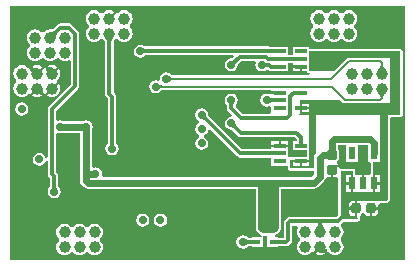
<source format=gbl>
G04*
G04 #@! TF.GenerationSoftware,Altium Limited,Altium Designer,20.1.8 (145)*
G04*
G04 Layer_Physical_Order=4*
G04 Layer_Color=16711680*
%FSLAX43Y43*%
%MOMM*%
G71*
G04*
G04 #@! TF.SameCoordinates,9309D788-A49E-47DC-A76E-BEEF67F4AFBA*
G04*
G04*
G04 #@! TF.FilePolarity,Positive*
G04*
G01*
G75*
%ADD13C,0.200*%
G04:AMPARAMS|DCode=31|XSize=0.9mm|YSize=0.8mm|CornerRadius=0.2mm|HoleSize=0mm|Usage=FLASHONLY|Rotation=270.000|XOffset=0mm|YOffset=0mm|HoleType=Round|Shape=RoundedRectangle|*
%AMROUNDEDRECTD31*
21,1,0.900,0.400,0,0,270.0*
21,1,0.500,0.800,0,0,270.0*
1,1,0.400,-0.200,-0.250*
1,1,0.400,-0.200,0.250*
1,1,0.400,0.200,0.250*
1,1,0.400,0.200,-0.250*
%
%ADD31ROUNDEDRECTD31*%
G04:AMPARAMS|DCode=38|XSize=0.9mm|YSize=0.8mm|CornerRadius=0.2mm|HoleSize=0mm|Usage=FLASHONLY|Rotation=0.000|XOffset=0mm|YOffset=0mm|HoleType=Round|Shape=RoundedRectangle|*
%AMROUNDEDRECTD38*
21,1,0.900,0.400,0,0,0.0*
21,1,0.500,0.800,0,0,0.0*
1,1,0.400,0.250,-0.200*
1,1,0.400,-0.250,-0.200*
1,1,0.400,-0.250,0.200*
1,1,0.400,0.250,0.200*
%
%ADD38ROUNDEDRECTD38*%
%ADD43C,0.300*%
%ADD44C,0.600*%
%ADD45C,1.000*%
%ADD46C,0.700*%
%ADD47R,0.500X0.400*%
%ADD48R,0.600X1.100*%
%ADD49R,1.000X0.350*%
G36*
X64745Y26380D02*
X31255D01*
Y28125D01*
Y47870D01*
X64745D01*
Y26380D01*
D02*
G37*
%LPC*%
G36*
X59940Y47501D02*
X59757Y47477D01*
X59587Y47406D01*
X59441Y47294D01*
X59406Y47249D01*
X59204D01*
X59169Y47294D01*
X59023Y47406D01*
X58853Y47477D01*
X58670Y47501D01*
X58487Y47477D01*
X58317Y47406D01*
X58171Y47294D01*
X58136Y47249D01*
X57934D01*
X57899Y47294D01*
X57753Y47406D01*
X57583Y47477D01*
X57400Y47501D01*
X57217Y47477D01*
X57047Y47406D01*
X56901Y47294D01*
X56789Y47148D01*
X56718Y46978D01*
X56694Y46795D01*
X56718Y46612D01*
X56789Y46442D01*
X56901Y46296D01*
X56946Y46261D01*
Y46059D01*
X56901Y46024D01*
X56789Y45878D01*
X56718Y45708D01*
X56694Y45525D01*
X56718Y45342D01*
X56789Y45172D01*
X56901Y45026D01*
X57047Y44914D01*
X57217Y44843D01*
X57400Y44819D01*
X57583Y44843D01*
X57753Y44914D01*
X57899Y45026D01*
X57934Y45071D01*
X58136D01*
X58171Y45026D01*
X58317Y44914D01*
X58487Y44843D01*
X58670Y44819D01*
X58853Y44843D01*
X59023Y44914D01*
X59169Y45026D01*
X59204Y45071D01*
X59406D01*
X59441Y45026D01*
X59587Y44914D01*
X59757Y44843D01*
X59940Y44819D01*
X60123Y44843D01*
X60293Y44914D01*
X60439Y45026D01*
X60551Y45172D01*
X60622Y45342D01*
X60646Y45525D01*
X60622Y45708D01*
X60551Y45878D01*
X60439Y46024D01*
X60394Y46059D01*
Y46261D01*
X60439Y46296D01*
X60551Y46442D01*
X60622Y46612D01*
X60646Y46795D01*
X60622Y46978D01*
X60551Y47148D01*
X60439Y47294D01*
X60293Y47406D01*
X60123Y47477D01*
X59940Y47501D01*
D02*
G37*
G36*
X40940D02*
X40757Y47477D01*
X40587Y47406D01*
X40441Y47294D01*
X40406Y47249D01*
X40265D01*
X39741Y46724D01*
X39599Y46866D01*
X40089Y47356D01*
X40023Y47406D01*
X39853Y47477D01*
X39670Y47501D01*
X39487Y47477D01*
X39317Y47406D01*
X39171Y47294D01*
X39136Y47249D01*
X38934D01*
X38899Y47294D01*
X38753Y47406D01*
X38583Y47477D01*
X38400Y47501D01*
X38217Y47477D01*
X38047Y47406D01*
X37901Y47294D01*
X37789Y47148D01*
X37718Y46978D01*
X37694Y46795D01*
X37718Y46612D01*
X37789Y46442D01*
X37901Y46296D01*
X37946Y46261D01*
Y46059D01*
X37901Y46024D01*
X37789Y45878D01*
X37718Y45708D01*
X37694Y45525D01*
X37718Y45342D01*
X37789Y45172D01*
X37901Y45026D01*
X38047Y44914D01*
X38217Y44843D01*
X38400Y44819D01*
X38583Y44843D01*
X38753Y44914D01*
X38899Y45026D01*
X38934Y45071D01*
X39136D01*
X39171Y45026D01*
X39182Y45017D01*
X39207Y44992D01*
X39232Y44962D01*
X39254Y44933D01*
X39271Y44904D01*
X39286Y44877D01*
X39297Y44851D01*
X39305Y44825D01*
X39311Y44800D01*
X39313Y44786D01*
Y40415D01*
X39340Y40278D01*
X39418Y40162D01*
X39543Y40037D01*
Y36247D01*
X39541Y36231D01*
X39537Y36215D01*
X39533Y36202D01*
X39529Y36191D01*
X39525Y36183D01*
X39523Y36179D01*
X39503Y36166D01*
X39382Y35984D01*
X39339Y35770D01*
X39382Y35555D01*
X39503Y35373D01*
X39685Y35252D01*
X39900Y35209D01*
X40115Y35252D01*
X40297Y35373D01*
X40418Y35555D01*
X40461Y35770D01*
X40418Y35984D01*
X40297Y36166D01*
X40277Y36179D01*
X40275Y36183D01*
X40271Y36191D01*
X40267Y36202D01*
X40263Y36215D01*
X40259Y36231D01*
X40257Y36247D01*
Y40185D01*
X40230Y40321D01*
X40152Y40437D01*
X40027Y40562D01*
Y44786D01*
X40029Y44800D01*
X40035Y44825D01*
X40043Y44851D01*
X40054Y44877D01*
X40069Y44904D01*
X40086Y44933D01*
X40108Y44962D01*
X40133Y44992D01*
X40158Y45017D01*
X40169Y45026D01*
X40204Y45071D01*
X40406D01*
X40441Y45026D01*
X40587Y44914D01*
X40757Y44843D01*
X40940Y44819D01*
X41123Y44843D01*
X41293Y44914D01*
X41439Y45026D01*
X41551Y45172D01*
X41622Y45342D01*
X41646Y45525D01*
X41622Y45708D01*
X41551Y45878D01*
X41439Y46024D01*
X41394Y46059D01*
Y46261D01*
X41439Y46296D01*
X41551Y46442D01*
X41622Y46612D01*
X41646Y46795D01*
X41622Y46978D01*
X41551Y47148D01*
X41439Y47294D01*
X41293Y47406D01*
X41123Y47477D01*
X40940Y47501D01*
D02*
G37*
G36*
X36292Y46382D02*
X35520D01*
X35383Y46355D01*
X35268Y46277D01*
X34941Y45950D01*
X34929Y45942D01*
X34907Y45928D01*
X34883Y45915D01*
X34856Y45905D01*
X34827Y45896D01*
X34794Y45888D01*
X34759Y45883D01*
X34720Y45880D01*
X34685Y45879D01*
X34670Y45881D01*
X34487Y45857D01*
X34317Y45786D01*
X34171Y45674D01*
X34136Y45629D01*
X33934D01*
X33899Y45674D01*
X33753Y45786D01*
X33583Y45857D01*
X33400Y45881D01*
X33217Y45857D01*
X33047Y45786D01*
X32901Y45674D01*
X32789Y45528D01*
X32718Y45358D01*
X32694Y45175D01*
X32718Y44992D01*
X32789Y44822D01*
X32901Y44676D01*
X32946Y44641D01*
Y44439D01*
X32901Y44404D01*
X32789Y44258D01*
X32718Y44088D01*
X32694Y43905D01*
X32718Y43722D01*
X32789Y43552D01*
X32901Y43406D01*
X33047Y43294D01*
X33217Y43223D01*
X33400Y43199D01*
X33583Y43223D01*
X33753Y43294D01*
X33899Y43406D01*
X33934Y43451D01*
X34136D01*
X34171Y43406D01*
X34317Y43294D01*
X34487Y43223D01*
X34670Y43199D01*
X34853Y43223D01*
X35023Y43294D01*
X35169Y43406D01*
X35204Y43451D01*
X35406D01*
X35441Y43406D01*
X35587Y43294D01*
X35757Y43223D01*
X35940Y43199D01*
X36123Y43223D01*
X36273Y43285D01*
X36432Y43225D01*
X36433Y43224D01*
Y41250D01*
X34548Y39364D01*
X34470Y39248D01*
X34443Y39112D01*
Y35030D01*
X34283Y35014D01*
X34268Y35090D01*
X34147Y35272D01*
X33965Y35393D01*
X33750Y35436D01*
X33535Y35393D01*
X33353Y35272D01*
X33232Y35090D01*
X33189Y34875D01*
X33232Y34660D01*
X33353Y34478D01*
X33535Y34357D01*
X33750Y34314D01*
X33965Y34357D01*
X34147Y34478D01*
X34268Y34660D01*
X34283Y34736D01*
X34443Y34720D01*
Y33625D01*
X34470Y33488D01*
X34548Y33373D01*
X34643Y33277D01*
Y32602D01*
X34641Y32586D01*
X34637Y32570D01*
X34633Y32557D01*
X34629Y32546D01*
X34625Y32538D01*
X34623Y32534D01*
X34603Y32522D01*
X34482Y32340D01*
X34439Y32125D01*
X34482Y31910D01*
X34603Y31728D01*
X34785Y31607D01*
X35000Y31564D01*
X35215Y31607D01*
X35397Y31728D01*
X35518Y31910D01*
X35561Y32125D01*
X35518Y32340D01*
X35397Y32522D01*
X35377Y32534D01*
X35375Y32538D01*
X35371Y32546D01*
X35367Y32557D01*
X35363Y32570D01*
X35359Y32586D01*
X35357Y32602D01*
Y33425D01*
X35330Y33562D01*
X35252Y33677D01*
X35157Y33773D01*
Y37015D01*
X35317Y37101D01*
X35500Y37064D01*
X35715Y37107D01*
X35727Y37115D01*
X37190D01*
Y33625D01*
Y33051D01*
X37229Y32856D01*
X37340Y32690D01*
X37515Y32515D01*
X37681Y32404D01*
X37876Y32365D01*
X52097D01*
Y29025D01*
X52112Y28947D01*
X52188Y28763D01*
X52232Y28697D01*
X52373Y28557D01*
X52439Y28513D01*
X52550Y28467D01*
X52612Y28408D01*
X52547Y28280D01*
X52540Y28275D01*
X52494Y28275D01*
X52494Y28275D01*
X52493Y28275D01*
X51750D01*
Y28232D01*
X51477D01*
X51461Y28234D01*
X51445Y28238D01*
X51432Y28242D01*
X51421Y28246D01*
X51413Y28250D01*
X51409Y28252D01*
X51397Y28272D01*
X51215Y28393D01*
X51000Y28436D01*
X50785Y28393D01*
X50603Y28272D01*
X50482Y28090D01*
X50439Y27875D01*
X50482Y27660D01*
X50603Y27478D01*
X50785Y27357D01*
X51000Y27314D01*
X51215Y27357D01*
X51397Y27478D01*
X51409Y27498D01*
X51413Y27500D01*
X51421Y27504D01*
X51432Y27508D01*
X51445Y27512D01*
X51461Y27516D01*
X51477Y27518D01*
X51750D01*
Y27475D01*
X52650D01*
Y28130D01*
X52650Y28131D01*
Y28131D01*
X52650Y28268D01*
X52659Y28352D01*
X52689Y28404D01*
X52696Y28415D01*
X52779Y28421D01*
X52701Y28421D01*
X52696Y28415D01*
X52701Y28421D01*
X52789Y28421D01*
X53016D01*
X53050Y28275D01*
X53050D01*
Y27475D01*
X53950D01*
Y27518D01*
X54624D01*
X54761Y27545D01*
X54877Y27623D01*
X55052Y27798D01*
X55130Y27914D01*
X55157Y28051D01*
Y29268D01*
X55588D01*
X55667Y29108D01*
X55644Y29078D01*
X55573Y28908D01*
X55549Y28725D01*
X55573Y28542D01*
X55644Y28372D01*
X55756Y28226D01*
X55801Y28191D01*
Y27989D01*
X55756Y27954D01*
X55644Y27808D01*
X55573Y27638D01*
X55549Y27455D01*
X55573Y27272D01*
X55644Y27102D01*
X55756Y26956D01*
X55902Y26844D01*
X56072Y26773D01*
X56255Y26749D01*
X56438Y26773D01*
X56608Y26844D01*
X56754Y26956D01*
X56789Y27001D01*
X56930D01*
X57454Y27526D01*
X57596Y27384D01*
X57106Y26894D01*
X57172Y26844D01*
X57342Y26773D01*
X57525Y26749D01*
X57708Y26773D01*
X57878Y26844D01*
X57975Y26918D01*
X57957Y26926D01*
X57914Y26940D01*
X57867Y26950D01*
X57816Y26958D01*
X57761Y26962D01*
X57701Y26964D01*
X57570Y26957D01*
X58024Y27490D01*
X58030Y27422D01*
X58049Y27301D01*
X58062Y27247D01*
X58078Y27198D01*
X58096Y27153D01*
X58116Y27113D01*
X58139Y27077D01*
X58164Y27046D01*
X58191Y27019D01*
X58176Y27001D01*
X58261D01*
X58296Y26956D01*
X58442Y26844D01*
X58612Y26773D01*
X58795Y26749D01*
X58978Y26773D01*
X59148Y26844D01*
X59294Y26956D01*
X59406Y27102D01*
X59477Y27272D01*
X59501Y27455D01*
X59477Y27638D01*
X59406Y27808D01*
X59294Y27954D01*
X59249Y27989D01*
Y28191D01*
X59294Y28226D01*
X59406Y28372D01*
X59477Y28542D01*
X59501Y28725D01*
X59477Y28908D01*
X59406Y29078D01*
X59302Y29214D01*
X59290Y29241D01*
X59301Y29421D01*
X59471Y29591D01*
X60655Y29591D01*
X60659Y29592D01*
X60663Y29592D01*
X60698Y29600D01*
X60733Y29607D01*
X60736Y29609D01*
X60740Y29610D01*
X60769Y29631D01*
X60799Y29651D01*
X60801Y29655D01*
X60805Y29657D01*
X60858Y29715D01*
X60861Y29719D01*
X60864Y29721D01*
X60881Y29752D01*
X60889Y29764D01*
X60890Y29766D01*
X60890Y29767D01*
X60900Y29783D01*
X60901Y29787D01*
X60903Y29790D01*
X60907Y29805D01*
X60910Y29823D01*
X60916Y29841D01*
X60914Y29863D01*
X60917Y29884D01*
X60912Y29902D01*
X60911Y29920D01*
X60905Y29932D01*
X60901Y29946D01*
X60898Y29975D01*
X60918Y30064D01*
X60963Y30141D01*
X61022Y30180D01*
X61097Y30293D01*
X61183Y30303D01*
X61269Y30293D01*
X61345Y30180D01*
X61477Y30092D01*
X61633Y30061D01*
X61733D01*
Y30718D01*
X61833D01*
Y30818D01*
X62441D01*
Y30968D01*
X62433Y31011D01*
X62557Y31171D01*
X63108Y31171D01*
X63109Y31171D01*
X63109Y31171D01*
X63147Y31179D01*
X63187Y31187D01*
X63187Y31187D01*
X63187Y31187D01*
X63218Y31208D01*
X63253Y31231D01*
X63253Y31231D01*
X63253Y31231D01*
X63394Y31372D01*
X63394Y31372D01*
X63394Y31372D01*
X63417Y31407D01*
X63438Y31439D01*
X63438Y31439D01*
X63438Y31439D01*
X63446Y31478D01*
X63454Y31517D01*
X63454Y31517D01*
X63454Y31517D01*
X63446Y38308D01*
X63559Y38421D01*
X64300D01*
X64378Y38437D01*
X64444Y38481D01*
X64488Y38547D01*
X64504Y38625D01*
Y44025D01*
X64488Y44103D01*
X64444Y44169D01*
X64378Y44213D01*
X64300Y44229D01*
X56600D01*
Y44400D01*
X55200D01*
Y43732D01*
X54800D01*
Y44400D01*
X53400D01*
Y44400D01*
X53242Y44404D01*
X53241Y44405D01*
X53105Y44432D01*
X42741D01*
X42725Y44434D01*
X42706Y44437D01*
X42689Y44441D01*
X42674Y44446D01*
X42662Y44451D01*
X42652Y44455D01*
X42643Y44460D01*
X42629Y44470D01*
X42612Y44478D01*
X42515Y44543D01*
X42300Y44586D01*
X42085Y44543D01*
X41903Y44422D01*
X41782Y44240D01*
X41739Y44025D01*
X41782Y43810D01*
X41903Y43628D01*
X42085Y43507D01*
X42300Y43464D01*
X42515Y43507D01*
X42697Y43628D01*
X42733Y43683D01*
X42740Y43689D01*
X42749Y43700D01*
X42751Y43702D01*
X42754Y43704D01*
X42758Y43706D01*
X42764Y43709D01*
X42774Y43712D01*
X42786Y43716D01*
X42801Y43718D01*
X50129D01*
X50191Y43570D01*
X50085Y43465D01*
X50072Y43455D01*
X50058Y43446D01*
X50046Y43440D01*
X50036Y43435D01*
X50027Y43432D01*
X50023Y43431D01*
X50000Y43436D01*
X49785Y43393D01*
X49603Y43272D01*
X49482Y43090D01*
X49439Y42875D01*
X49482Y42660D01*
X49603Y42478D01*
X49785Y42357D01*
X50000Y42314D01*
X50215Y42357D01*
X50397Y42478D01*
X50518Y42660D01*
X50561Y42875D01*
X50556Y42898D01*
X50557Y42902D01*
X50560Y42911D01*
X50565Y42921D01*
X50571Y42933D01*
X50580Y42947D01*
X50590Y42960D01*
X50848Y43218D01*
X51998D01*
X52083Y43058D01*
X52047Y42875D01*
X52089Y42660D01*
X52211Y42478D01*
X52393Y42357D01*
X52608Y42314D01*
X52822Y42357D01*
X53004Y42478D01*
X53122Y42458D01*
X53238Y42381D01*
X53374Y42354D01*
X53400D01*
Y42350D01*
X54800D01*
Y43018D01*
X55200D01*
Y42825D01*
X55900D01*
Y42725D01*
X56000D01*
Y42350D01*
X56396D01*
X56401Y42324D01*
X56403Y42297D01*
X56409Y42285D01*
X56412Y42272D01*
X56426Y42250D01*
X56438Y42226D01*
X56448Y42217D01*
X56456Y42206D01*
X56478Y42191D01*
X56498Y42173D01*
X56511Y42169D01*
X56522Y42162D01*
X56548Y42156D01*
X56573Y42148D01*
X56626Y42141D01*
X56616Y41981D01*
X45026D01*
X45023Y41981D01*
X45011Y41984D01*
X44999Y41988D01*
X44985Y41995D01*
X44969Y42003D01*
X44953Y42013D01*
X44935Y42027D01*
X44916Y42043D01*
X44915Y42045D01*
X44897Y42072D01*
X44715Y42193D01*
X44500Y42236D01*
X44285Y42193D01*
X44103Y42072D01*
X43982Y41890D01*
X43939Y41675D01*
X43944Y41652D01*
X43870Y41588D01*
X43802Y41546D01*
X43604Y41586D01*
X43389Y41543D01*
X43207Y41422D01*
X43086Y41240D01*
X43043Y41025D01*
X43086Y40810D01*
X43207Y40628D01*
X43389Y40507D01*
X43604Y40464D01*
X43818Y40507D01*
X44000Y40628D01*
X44018Y40655D01*
X44020Y40657D01*
X44039Y40673D01*
X44057Y40687D01*
X44073Y40697D01*
X44088Y40705D01*
X44102Y40712D01*
X44115Y40716D01*
X44127Y40719D01*
X44130Y40719D01*
X53400D01*
Y40625D01*
X54100D01*
Y40425D01*
X53327D01*
X53240Y40379D01*
X53207Y40400D01*
X52993Y40443D01*
X52778Y40400D01*
X52596Y40279D01*
X52475Y40097D01*
X52432Y39882D01*
X52475Y39668D01*
X52596Y39486D01*
X52778Y39364D01*
X52993Y39321D01*
X53207Y39364D01*
X53240Y39386D01*
X53400Y39300D01*
Y38850D01*
X53299Y38732D01*
X50998D01*
X50403Y39327D01*
X50397Y39486D01*
X50518Y39668D01*
X50561Y39882D01*
X50518Y40097D01*
X50397Y40279D01*
X50215Y40400D01*
X50000Y40443D01*
X49785Y40400D01*
X49603Y40279D01*
X49482Y40097D01*
X49439Y39882D01*
X49482Y39668D01*
X49603Y39486D01*
X49623Y39473D01*
X49625Y39469D01*
X49629Y39461D01*
X49633Y39450D01*
X49637Y39437D01*
X49641Y39421D01*
X49643Y39405D01*
Y39225D01*
X49670Y39088D01*
X49748Y38973D01*
X50089Y38631D01*
X50010Y38484D01*
X50000Y38486D01*
X49785Y38443D01*
X49603Y38322D01*
X49482Y38140D01*
X49439Y37925D01*
X49482Y37710D01*
X49603Y37528D01*
X49785Y37407D01*
X50000Y37364D01*
X50023Y37369D01*
X50027Y37368D01*
X50036Y37365D01*
X50046Y37360D01*
X50058Y37354D01*
X50072Y37345D01*
X50085Y37335D01*
X50548Y36873D01*
X50663Y36795D01*
X50800Y36768D01*
X55370D01*
X55543Y36595D01*
Y36400D01*
X55200D01*
Y35650D01*
X56390D01*
Y35100D01*
X55200D01*
Y35029D01*
X55000D01*
X54960Y35021D01*
X54841Y35087D01*
X54800Y35125D01*
Y35925D01*
X53400D01*
Y35732D01*
X50898D01*
X48090Y38540D01*
X48080Y38553D01*
X48071Y38567D01*
X48065Y38579D01*
X48060Y38589D01*
X48057Y38598D01*
X48056Y38602D01*
X48061Y38625D01*
X48018Y38840D01*
X47897Y39022D01*
X47715Y39143D01*
X47500Y39186D01*
X47285Y39143D01*
X47103Y39022D01*
X46982Y38840D01*
X46939Y38625D01*
X46982Y38410D01*
X47103Y38228D01*
X47276Y38113D01*
X47283Y38059D01*
X47280Y38000D01*
X47272Y37946D01*
X47096Y37829D01*
X46975Y37647D01*
X46932Y37432D01*
X46975Y37218D01*
X47096Y37036D01*
X47278Y36914D01*
X47298Y36910D01*
Y36747D01*
X47278Y36743D01*
X47096Y36622D01*
X46975Y36440D01*
X46932Y36225D01*
X46975Y36010D01*
X47096Y35828D01*
X47278Y35707D01*
X47493Y35664D01*
X47707Y35707D01*
X47889Y35828D01*
X48011Y36010D01*
X48054Y36225D01*
X48011Y36440D01*
X47889Y36622D01*
X47707Y36743D01*
X47687Y36747D01*
Y36910D01*
X47707Y36914D01*
X47889Y37036D01*
X48011Y37218D01*
X48038Y37356D01*
X48208Y37412D01*
X50498Y35123D01*
X50613Y35045D01*
X50750Y35018D01*
X53400D01*
Y34350D01*
X54796D01*
Y34125D01*
X54812Y34047D01*
X54856Y33981D01*
X54922Y33937D01*
X55000Y33921D01*
X56990Y33921D01*
Y33586D01*
X56789Y33385D01*
X39176D01*
X39045Y33545D01*
X39061Y33625D01*
X39018Y33840D01*
X38897Y34022D01*
X38715Y34143D01*
X38500Y34186D01*
X38370Y34160D01*
X38217Y34265D01*
X38210Y34279D01*
Y37398D01*
X38218Y37410D01*
X38261Y37625D01*
X38218Y37840D01*
X38097Y38022D01*
X37915Y38143D01*
X37700Y38186D01*
X37485Y38143D01*
X37473Y38135D01*
X35727D01*
X35715Y38143D01*
X35500Y38186D01*
X35317Y38149D01*
X35157Y38235D01*
Y38964D01*
X37042Y40849D01*
X37120Y40965D01*
X37147Y41102D01*
Y45527D01*
X37120Y45664D01*
X37042Y45779D01*
X36544Y46277D01*
X36429Y46355D01*
X36292Y46382D01*
D02*
G37*
G36*
X55800Y42625D02*
X55200D01*
Y42350D01*
X55800D01*
Y42625D01*
D02*
G37*
G36*
X34794Y42843D02*
X34612Y42819D01*
X34473Y42762D01*
X34492Y42751D01*
X34533Y42731D01*
X34580Y42712D01*
X34688Y42676D01*
X34750Y42659D01*
X34890Y42628D01*
X34306Y42243D01*
X34317Y42305D01*
X34324Y42363D01*
X34327Y42417D01*
X34326Y42468D01*
X34321Y42516D01*
X34311Y42561D01*
X34297Y42601D01*
X34286Y42624D01*
X34260Y42591D01*
X34119D01*
X33595Y42067D01*
X33454Y42208D01*
X33943Y42698D01*
X33877Y42749D01*
X33707Y42819D01*
X33524Y42843D01*
X33342Y42819D01*
X33171Y42749D01*
X33098Y42693D01*
X33115Y42684D01*
X33157Y42668D01*
X33203Y42655D01*
X33253Y42645D01*
X33307Y42638D01*
X33365Y42634D01*
X33427Y42634D01*
X33493Y42636D01*
X33025Y42116D01*
X33021Y42186D01*
X33006Y42310D01*
X32995Y42366D01*
X32981Y42417D01*
X32966Y42463D01*
X32948Y42505D01*
X32928Y42542D01*
X32906Y42575D01*
X32891Y42591D01*
X32788D01*
X32754Y42637D01*
X32607Y42749D01*
X32437Y42819D01*
X32254Y42843D01*
X32072Y42819D01*
X31901Y42749D01*
X31755Y42637D01*
X31643Y42490D01*
X31572Y42320D01*
X31548Y42137D01*
X31572Y41955D01*
X31643Y41784D01*
X31755Y41638D01*
X31801Y41603D01*
Y41401D01*
X31755Y41367D01*
X31643Y41220D01*
X31572Y41050D01*
X31548Y40867D01*
X31572Y40685D01*
X31643Y40514D01*
X31755Y40368D01*
X31901Y40256D01*
X32072Y40185D01*
X32254Y40161D01*
X32437Y40185D01*
X32607Y40256D01*
X32754Y40368D01*
X32788Y40414D01*
X32929D01*
X33454Y40938D01*
X33595Y40797D01*
X33105Y40307D01*
X33171Y40256D01*
X33342Y40185D01*
X33524Y40161D01*
X33707Y40185D01*
X33877Y40256D01*
X33951Y40312D01*
X33928Y40324D01*
X33887Y40341D01*
X33843Y40354D01*
X33795Y40364D01*
X33743Y40370D01*
X33688Y40373D01*
X33629Y40373D01*
X33567Y40369D01*
X34024Y40872D01*
X34026Y40807D01*
X34038Y40690D01*
X34048Y40637D01*
X34061Y40588D01*
X34077Y40542D01*
X34095Y40501D01*
X34116Y40463D01*
X34140Y40430D01*
X34154Y40414D01*
X34199D01*
X34724Y40938D01*
X35248Y41462D01*
Y41603D01*
X35294Y41638D01*
X35406Y41784D01*
X35476Y41955D01*
X35500Y42137D01*
X35476Y42320D01*
X35406Y42490D01*
X35355Y42557D01*
X34865Y42067D01*
X34724Y42208D01*
X35213Y42698D01*
X35147Y42749D01*
X34977Y42819D01*
X34794Y42843D01*
D02*
G37*
G36*
X35355Y41287D02*
X34865Y40797D01*
X34375Y40307D01*
X34441Y40256D01*
X34612Y40185D01*
X34794Y40161D01*
X34977Y40185D01*
X35147Y40256D01*
X35294Y40368D01*
X35406Y40514D01*
X35476Y40685D01*
X35500Y40867D01*
X35476Y41050D01*
X35406Y41220D01*
X35355Y41287D01*
D02*
G37*
G36*
X32254Y39686D02*
X32040Y39643D01*
X31858Y39522D01*
X31736Y39340D01*
X31693Y39125D01*
X31736Y38910D01*
X31858Y38728D01*
X32040Y38607D01*
X32254Y38564D01*
X32469Y38607D01*
X32651Y38728D01*
X32772Y38910D01*
X32815Y39125D01*
X32772Y39340D01*
X32651Y39522D01*
X32469Y39643D01*
X32254Y39686D01*
D02*
G37*
G36*
X54800Y36400D02*
X54200D01*
Y36125D01*
X54800D01*
Y36400D01*
D02*
G37*
G36*
X54000D02*
X53400D01*
Y36125D01*
X54000D01*
Y36400D01*
D02*
G37*
G36*
X62441Y30618D02*
X61933D01*
Y30061D01*
X62033D01*
X62189Y30092D01*
X62322Y30180D01*
X62410Y30312D01*
X62441Y30468D01*
Y30618D01*
D02*
G37*
G36*
X38420Y29431D02*
X38237Y29407D01*
X38067Y29336D01*
X37921Y29224D01*
X37886Y29179D01*
X37684D01*
X37649Y29224D01*
X37503Y29336D01*
X37333Y29407D01*
X37150Y29431D01*
X36967Y29407D01*
X36797Y29336D01*
X36651Y29224D01*
X36616Y29179D01*
X36414D01*
X36379Y29224D01*
X36233Y29336D01*
X36063Y29407D01*
X35880Y29431D01*
X35697Y29407D01*
X35527Y29336D01*
X35381Y29224D01*
X35269Y29078D01*
X35198Y28908D01*
X35174Y28725D01*
X35198Y28542D01*
X35269Y28372D01*
X35381Y28226D01*
X35426Y28191D01*
Y27989D01*
X35381Y27954D01*
X35269Y27808D01*
X35198Y27638D01*
X35174Y27455D01*
X35198Y27272D01*
X35269Y27102D01*
X35381Y26956D01*
X35527Y26844D01*
X35697Y26773D01*
X35880Y26749D01*
X36063Y26773D01*
X36233Y26844D01*
X36379Y26956D01*
X36414Y27001D01*
X36616D01*
X36651Y26956D01*
X36797Y26844D01*
X36967Y26773D01*
X37150Y26749D01*
X37333Y26773D01*
X37503Y26844D01*
X37649Y26956D01*
X37684Y27001D01*
X37886D01*
X37921Y26956D01*
X38067Y26844D01*
X38237Y26773D01*
X38420Y26749D01*
X38603Y26773D01*
X38773Y26844D01*
X38919Y26956D01*
X39031Y27102D01*
X39102Y27272D01*
X39126Y27455D01*
X39102Y27638D01*
X39031Y27808D01*
X38919Y27954D01*
X38874Y27989D01*
Y28191D01*
X38919Y28226D01*
X39031Y28372D01*
X39102Y28542D01*
X39126Y28725D01*
X39102Y28908D01*
X39031Y29078D01*
X38919Y29224D01*
X38773Y29336D01*
X38603Y29407D01*
X38420Y29431D01*
D02*
G37*
G36*
X44000Y30286D02*
X43785Y30243D01*
X43603Y30122D01*
X43482Y29940D01*
X43439Y29725D01*
X43482Y29510D01*
X43603Y29328D01*
X43785Y29207D01*
X44000Y29164D01*
X44215Y29207D01*
X44397Y29328D01*
X44518Y29510D01*
X44561Y29725D01*
X44518Y29940D01*
X44397Y30122D01*
X44215Y30243D01*
X44000Y30286D01*
D02*
G37*
G36*
X42500D02*
X42285Y30243D01*
X42103Y30122D01*
X41982Y29940D01*
X41939Y29725D01*
X41982Y29510D01*
X42103Y29328D01*
X42285Y29207D01*
X42500Y29164D01*
X42715Y29207D01*
X42897Y29328D01*
X43018Y29510D01*
X43061Y29725D01*
X43018Y29940D01*
X42897Y30122D01*
X42715Y30243D01*
X42500Y30286D01*
D02*
G37*
%LPD*%
G36*
X39982Y45128D02*
X39948Y45088D01*
X39918Y45048D01*
X39892Y45007D01*
X39870Y44965D01*
X39852Y44923D01*
X39838Y44880D01*
X39828Y44836D01*
X39822Y44793D01*
X39820Y44748D01*
X39520D01*
X39518Y44793D01*
X39512Y44836D01*
X39502Y44880D01*
X39488Y44923D01*
X39470Y44965D01*
X39448Y45007D01*
X39422Y45048D01*
X39392Y45088D01*
X39358Y45128D01*
X39320Y45168D01*
X40020D01*
X39982Y45128D01*
D02*
G37*
G36*
X40051Y36260D02*
X40054Y36226D01*
X40059Y36194D01*
X40065Y36164D01*
X40074Y36135D01*
X40084Y36109D01*
X40097Y36084D01*
X40111Y36061D01*
X40127Y36039D01*
X40145Y36020D01*
X39655D01*
X39673Y36039D01*
X39689Y36061D01*
X39703Y36084D01*
X39716Y36109D01*
X39726Y36135D01*
X39735Y36164D01*
X39741Y36194D01*
X39746Y36226D01*
X39749Y36260D01*
X39750Y36296D01*
X40050D01*
X40051Y36260D01*
D02*
G37*
G36*
X35325Y45618D02*
X35295Y45585D01*
X35269Y45550D01*
X35245Y45512D01*
X35225Y45472D01*
X35207Y45430D01*
X35194Y45385D01*
X35183Y45337D01*
X35175Y45287D01*
X35171Y45235D01*
X35170Y45180D01*
X34675Y45675D01*
X34730Y45676D01*
X34782Y45680D01*
X34832Y45688D01*
X34880Y45699D01*
X34925Y45712D01*
X34967Y45730D01*
X35007Y45750D01*
X35045Y45774D01*
X35080Y45800D01*
X35113Y45830D01*
X35325Y45618D01*
D02*
G37*
G36*
X42534Y44288D02*
X42557Y44275D01*
X42581Y44263D01*
X42607Y44253D01*
X42635Y44245D01*
X42664Y44238D01*
X42695Y44232D01*
X42727Y44228D01*
X42797Y44225D01*
X42845Y43925D01*
X42810Y43924D01*
X42776Y43921D01*
X42744Y43915D01*
X42715Y43908D01*
X42687Y43898D01*
X42662Y43887D01*
X42639Y43873D01*
X42618Y43857D01*
X42599Y43839D01*
X42582Y43818D01*
X42512Y44303D01*
X42534Y44288D01*
D02*
G37*
G36*
X50478Y43141D02*
X50454Y43115D01*
X50432Y43089D01*
X50412Y43063D01*
X50395Y43037D01*
X50381Y43011D01*
X50370Y42984D01*
X50361Y42958D01*
X50355Y42932D01*
X50351Y42905D01*
X50350Y42879D01*
X50004Y43225D01*
X50030Y43226D01*
X50057Y43230D01*
X50083Y43236D01*
X50109Y43245D01*
X50136Y43256D01*
X50162Y43271D01*
X50188Y43287D01*
X50214Y43307D01*
X50240Y43329D01*
X50266Y43353D01*
X50478Y43141D01*
D02*
G37*
G36*
X62849Y42889D02*
X62856Y42850D01*
X62869Y42809D01*
X62886Y42768D01*
X62909Y42725D01*
X62936Y42681D01*
X62969Y42636D01*
X63006Y42590D01*
X63096Y42494D01*
X62396D01*
X62444Y42543D01*
X62524Y42636D01*
X62556Y42681D01*
X62584Y42725D01*
X62606Y42768D01*
X62624Y42809D01*
X62636Y42850D01*
X62644Y42889D01*
X62646Y42927D01*
X62846D01*
X62849Y42889D01*
D02*
G37*
G36*
X44778Y41892D02*
X44807Y41868D01*
X44836Y41846D01*
X44865Y41827D01*
X44895Y41811D01*
X44925Y41798D01*
X44954Y41788D01*
X44985Y41781D01*
X45015Y41776D01*
X45045Y41775D01*
Y41575D01*
X45015Y41574D01*
X44985Y41569D01*
X44954Y41562D01*
X44925Y41552D01*
X44895Y41539D01*
X44865Y41523D01*
X44836Y41504D01*
X44807Y41482D01*
X44778Y41458D01*
X44750Y41430D01*
Y41920D01*
X44778Y41892D01*
D02*
G37*
G36*
X43882Y41242D02*
X43911Y41218D01*
X43940Y41196D01*
X43969Y41177D01*
X43999Y41161D01*
X44028Y41148D01*
X44058Y41138D01*
X44088Y41131D01*
X44119Y41126D01*
X44149Y41125D01*
Y40925D01*
X44119Y40924D01*
X44088Y40919D01*
X44058Y40912D01*
X44028Y40902D01*
X43999Y40889D01*
X43969Y40873D01*
X43940Y40854D01*
X43911Y40832D01*
X43882Y40808D01*
X43854Y40780D01*
Y41270D01*
X43882Y41242D01*
D02*
G37*
G36*
X63049Y40462D02*
X62969Y40368D01*
X62936Y40323D01*
X62909Y40279D01*
X62886Y40237D01*
X62869Y40195D01*
X62856Y40155D01*
X62849Y40116D01*
X62846Y40077D01*
X62646D01*
X62644Y40116D01*
X62636Y40155D01*
X62624Y40195D01*
X62606Y40237D01*
X62584Y40279D01*
X62556Y40323D01*
X62524Y40368D01*
X62486Y40415D01*
X62396Y40510D01*
X63096D01*
X63049Y40462D01*
D02*
G37*
G36*
X53265Y40106D02*
X53286Y40090D01*
X53309Y40076D01*
X53334Y40063D01*
X53360Y40053D01*
X53389Y40044D01*
X53419Y40037D01*
X53451Y40032D01*
X53485Y40030D01*
X53521Y40029D01*
X53517Y39729D01*
X53482Y39728D01*
X53448Y39725D01*
X53415Y39720D01*
X53385Y39714D01*
X53356Y39705D01*
X53330Y39695D01*
X53305Y39683D01*
X53281Y39668D01*
X53260Y39653D01*
X53240Y39635D01*
X53245Y40125D01*
X53265Y40106D01*
D02*
G37*
G36*
X64300Y38625D02*
X63241D01*
X63250Y31517D01*
X63108Y31375D01*
X62039Y31375D01*
X62033Y31376D01*
X61633D01*
X61627Y31375D01*
X60932Y31375D01*
X60932Y31375D01*
X60733Y31376D01*
X60633D01*
Y30718D01*
Y29974D01*
X60713Y29868D01*
X60709Y29854D01*
X60655Y29795D01*
X59250Y29795D01*
Y33875D01*
X60298D01*
Y33585D01*
X60296D01*
Y32835D01*
Y32085D01*
X61996D01*
Y32835D01*
Y33590D01*
X61995Y33592D01*
X61994Y33785D01*
X61994Y33785D01*
X61994Y33785D01*
X62002Y34685D01*
X62596D01*
Y35386D01*
X62606Y35435D01*
Y36279D01*
X62597Y36324D01*
X62600Y38625D01*
X62037D01*
X57140Y38625D01*
X57140Y35386D01*
X57140Y35385D01*
X57029Y35220D01*
X56990Y35025D01*
Y34125D01*
X55000Y34125D01*
Y34825D01*
X55200D01*
Y34825D01*
X56600D01*
Y35100D01*
X56594D01*
Y35650D01*
X56600D01*
Y36400D01*
X56594D01*
Y38625D01*
X55725Y38625D01*
X55715Y38650D01*
X55800Y38778D01*
Y39225D01*
Y39600D01*
X55795D01*
Y39875D01*
X59217Y39875D01*
X59384Y39709D01*
X59483Y39642D01*
X59600Y39619D01*
X59600Y39619D01*
X62600D01*
Y39619D01*
X63400D01*
Y40616D01*
X63428Y40685D01*
X63452Y40867D01*
X63428Y41050D01*
X63400Y41118D01*
X63400Y41886D01*
X63428Y41955D01*
X63452Y42137D01*
X63428Y42320D01*
X63400Y42388D01*
Y43455D01*
X62724D01*
X62629Y43474D01*
X62629Y43474D01*
X59943D01*
X59943Y43474D01*
X59848Y43455D01*
X59830D01*
X59825Y43450D01*
X59727Y43384D01*
X59727Y43384D01*
X58667Y42325D01*
X56790Y42325D01*
X56600Y42350D01*
Y43000D01*
Y44025D01*
X64300D01*
Y38625D01*
D02*
G37*
G36*
X50227Y39613D02*
X50211Y39591D01*
X50197Y39568D01*
X50184Y39543D01*
X50174Y39517D01*
X50165Y39488D01*
X50159Y39458D01*
X50154Y39426D01*
X50151Y39392D01*
X50150Y39356D01*
X49850D01*
X49849Y39392D01*
X49846Y39426D01*
X49841Y39458D01*
X49835Y39488D01*
X49826Y39517D01*
X49816Y39543D01*
X49803Y39568D01*
X49789Y39591D01*
X49773Y39613D01*
X49755Y39632D01*
X50245D01*
X50227Y39613D01*
D02*
G37*
G36*
X47851Y38595D02*
X47855Y38568D01*
X47861Y38542D01*
X47870Y38516D01*
X47881Y38489D01*
X47895Y38463D01*
X47912Y38437D01*
X47932Y38411D01*
X47954Y38385D01*
X47978Y38359D01*
X47766Y38147D01*
X47740Y38171D01*
X47714Y38193D01*
X47688Y38213D01*
X47662Y38230D01*
X47636Y38244D01*
X47609Y38255D01*
X47583Y38264D01*
X47557Y38270D01*
X47530Y38274D01*
X47504Y38275D01*
X47850Y38621D01*
X47851Y38595D01*
D02*
G37*
G36*
X50351Y37895D02*
X50355Y37868D01*
X50361Y37842D01*
X50370Y37816D01*
X50381Y37789D01*
X50395Y37763D01*
X50412Y37737D01*
X50432Y37711D01*
X50454Y37685D01*
X50478Y37659D01*
X50266Y37447D01*
X50240Y37471D01*
X50214Y37493D01*
X50188Y37513D01*
X50162Y37530D01*
X50136Y37544D01*
X50109Y37555D01*
X50083Y37564D01*
X50057Y37570D01*
X50030Y37574D01*
X50004Y37575D01*
X50350Y37922D01*
X50351Y37895D01*
D02*
G37*
G36*
X61586Y36068D02*
Y35435D01*
X61596Y35386D01*
Y34685D01*
X61685D01*
X61797Y34572D01*
X61790Y33787D01*
X61790Y33786D01*
X61790Y33785D01*
X61790Y33785D01*
X61790Y33785D01*
X61790Y33745D01*
X61633Y33585D01*
X61246D01*
Y32835D01*
X61046D01*
Y33585D01*
X60502D01*
Y33875D01*
X60487Y33953D01*
X60443Y34019D01*
X60376Y34063D01*
X60298Y34079D01*
X59250D01*
X59158Y34175D01*
X59127Y34331D01*
X59038Y34463D01*
X58925Y34539D01*
X58915Y34625D01*
X58925Y34711D01*
X59038Y34787D01*
X59127Y34919D01*
X59158Y35075D01*
Y35475D01*
X59127Y35631D01*
X59038Y35763D01*
X59010Y35782D01*
Y36115D01*
X59696D01*
Y34685D01*
X60696D01*
Y36115D01*
X61539D01*
X61586Y36068D01*
D02*
G37*
G36*
X58600Y33367D02*
X58750D01*
X58886Y33394D01*
X58932Y33380D01*
X59046Y33299D01*
Y30176D01*
X58852Y29982D01*
X54976D01*
X54839Y29955D01*
X54723Y29877D01*
X54548Y29702D01*
X54470Y29586D01*
X54443Y29449D01*
Y28232D01*
X53950D01*
Y28275D01*
X53685D01*
X53669Y28435D01*
X53677Y28437D01*
X53861Y28513D01*
X53927Y28557D01*
X54068Y28698D01*
X54112Y28764D01*
X54188Y28948D01*
X54204Y29026D01*
Y29070D01*
X54215Y29125D01*
Y32365D01*
X57000D01*
X57195Y32404D01*
X57360Y32515D01*
X57860Y33015D01*
X57971Y33180D01*
X57990Y33275D01*
X58077Y33378D01*
X58170Y33383D01*
X58250Y33367D01*
X58400D01*
Y33975D01*
X58600D01*
Y33367D01*
D02*
G37*
G36*
X35151Y32616D02*
X35154Y32582D01*
X35159Y32549D01*
X35165Y32519D01*
X35174Y32491D01*
X35184Y32464D01*
X35197Y32439D01*
X35211Y32416D01*
X35227Y32394D01*
X35245Y32375D01*
X34755D01*
X34773Y32394D01*
X34789Y32416D01*
X34803Y32439D01*
X34816Y32464D01*
X34826Y32491D01*
X34835Y32519D01*
X34841Y32549D01*
X34846Y32582D01*
X34849Y32616D01*
X34850Y32651D01*
X35150D01*
X35151Y32616D01*
D02*
G37*
G36*
X57677Y29457D02*
X57683Y29414D01*
X57693Y29370D01*
X57707Y29327D01*
X57725Y29285D01*
X57747Y29243D01*
X57773Y29202D01*
X57803Y29162D01*
X57837Y29122D01*
X57875Y29082D01*
X57175D01*
X57213Y29122D01*
X57247Y29162D01*
X57277Y29202D01*
X57303Y29243D01*
X57325Y29285D01*
X57343Y29327D01*
X57357Y29370D01*
X57367Y29414D01*
X57373Y29457D01*
X57375Y29502D01*
X57675D01*
X57677Y29457D01*
D02*
G37*
G36*
X54011Y29125D02*
X54000D01*
Y29026D01*
X53924Y28842D01*
X53783Y28701D01*
X53599Y28625D01*
X52701D01*
X52517Y28701D01*
X52377Y28841D01*
X52301Y29025D01*
Y29124D01*
Y32875D01*
X54011D01*
Y29125D01*
D02*
G37*
G36*
X51269Y28102D02*
X51291Y28086D01*
X51314Y28072D01*
X51339Y28059D01*
X51366Y28049D01*
X51394Y28040D01*
X51424Y28034D01*
X51457Y28029D01*
X51491Y28026D01*
X51526Y28025D01*
Y27725D01*
X51491Y27724D01*
X51457Y27721D01*
X51424Y27716D01*
X51394Y27710D01*
X51366Y27701D01*
X51339Y27691D01*
X51314Y27678D01*
X51291Y27664D01*
X51269Y27648D01*
X51250Y27630D01*
Y28120D01*
X51269Y28102D01*
D02*
G37*
%LPC*%
G36*
X56600Y39600D02*
X56000D01*
Y39325D01*
X56600D01*
Y39600D01*
D02*
G37*
G36*
Y39125D02*
X56000D01*
Y38850D01*
X56600D01*
Y39125D01*
D02*
G37*
G36*
Y34625D02*
X56000D01*
Y34350D01*
X56600D01*
Y34625D01*
D02*
G37*
G36*
X55800D02*
X55200D01*
Y34350D01*
X55800D01*
Y34625D01*
D02*
G37*
G36*
X62596Y33585D02*
X62196D01*
Y32935D01*
X62596D01*
Y33585D01*
D02*
G37*
G36*
X60096D02*
X59696D01*
Y32935D01*
X60096D01*
Y33585D01*
D02*
G37*
G36*
X62596Y32735D02*
X62196D01*
Y32085D01*
X62596D01*
Y32735D01*
D02*
G37*
G36*
X60096D02*
X59696D01*
Y32085D01*
X60096D01*
Y32735D01*
D02*
G37*
G36*
X60433Y31376D02*
X60333D01*
X60177Y31345D01*
X60045Y31257D01*
X59956Y31124D01*
X59925Y30968D01*
Y30818D01*
X60433D01*
Y31376D01*
D02*
G37*
G36*
Y30618D02*
X59925D01*
Y30468D01*
X59956Y30312D01*
X60045Y30180D01*
X60177Y30092D01*
X60333Y30061D01*
X60433D01*
Y30618D01*
D02*
G37*
%LPD*%
D13*
X57525Y27455D02*
X58500Y26625D01*
Y33975D02*
X59500Y34625D01*
X44500Y41675D02*
X58450D01*
X59943Y43168D02*
X62629D01*
X58450Y41675D02*
X59943Y43168D01*
X43604Y41025D02*
X58500D01*
X59600Y39925D02*
X62629D01*
X58500Y41025D02*
X59600Y39925D01*
X62629Y43168D02*
X62746Y43051D01*
Y42137D02*
Y43051D01*
X62629Y39925D02*
X62746Y40042D01*
Y40867D01*
X54096Y39879D02*
X54100Y39875D01*
X52993Y39882D02*
X52996Y39879D01*
X34794Y42137D02*
Y42280D01*
X34300Y42774D02*
X34794Y42280D01*
X34300Y42774D02*
Y42925D01*
X32900Y42725D02*
X33488Y42137D01*
X33524D01*
X33558Y40867D02*
X34100Y40325D01*
X33524Y40867D02*
X33558D01*
X39670Y46795D02*
Y46855D01*
X57525Y27300D02*
Y27455D01*
D31*
X60533Y30718D02*
D03*
X61833D02*
D03*
D38*
X58500Y35275D02*
D03*
Y33975D02*
D03*
D43*
X50700Y43575D02*
X52897D01*
X50000Y42875D02*
X50700Y43575D01*
X52608Y42875D02*
X53210D01*
X54086Y42711D02*
X54100Y42725D01*
X53374Y42711D02*
X54086D01*
X53210Y42875D02*
X53374Y42711D01*
X53098Y43375D02*
X55900D01*
X52897Y43575D02*
X53098Y43375D01*
X42350Y44075D02*
X53105D01*
X42300Y44025D02*
X42350Y44075D01*
X53155Y44025D02*
X54100D01*
X53105Y44075D02*
X53155Y44025D01*
X39670Y40415D02*
Y45525D01*
Y40415D02*
X39900Y40185D01*
X59000Y29625D02*
X59378Y30003D01*
X60126Y30718D02*
X60533D01*
X59378Y30003D02*
X59410D01*
X57525Y29625D02*
X59000D01*
X54800Y28051D02*
Y29449D01*
X54976Y29625D02*
X57525D01*
X54800Y29449D02*
X54976Y29625D01*
X54624Y27875D02*
X54800Y28051D01*
X53500Y27875D02*
X54624D01*
X51000D02*
X52200D01*
X54100Y44025D02*
X54100Y44025D01*
X39900Y35770D02*
Y40185D01*
X50000Y37925D02*
X50800Y37125D01*
X55517D01*
X55900Y36025D02*
Y36742D01*
X55517Y37125D02*
X55900Y36742D01*
X50000Y39225D02*
Y39882D01*
X50850Y38375D02*
X54750D01*
X50000Y39225D02*
X50850Y38375D01*
X55000Y38625D02*
Y40222D01*
X54750Y38375D02*
X55000Y38625D01*
X55303Y40525D02*
X55900D01*
X55000Y40222D02*
X55303Y40525D01*
X52996Y39879D02*
X54096D01*
X50750Y35375D02*
X54100D01*
X47500Y38625D02*
X50750Y35375D01*
X57525Y28725D02*
Y29625D01*
X36790Y41102D02*
Y45527D01*
X34800Y33625D02*
Y39112D01*
X36790Y41102D01*
X34800Y33625D02*
X35000Y33425D01*
Y32125D02*
Y33425D01*
X34670Y45175D02*
X35520Y46025D01*
X36292D02*
X36790Y45527D01*
X35520Y46025D02*
X36292D01*
X57400Y46795D02*
X57534Y46929D01*
D44*
X57750Y35275D02*
X58500D01*
X57500Y33375D02*
Y35025D01*
X57750Y35275D01*
X57000Y32875D02*
X57500Y33375D01*
X37876Y32875D02*
X57000D01*
X58676Y36625D02*
X61750D01*
X58500Y35275D02*
Y36449D01*
X58676Y36625D01*
X37700Y33051D02*
X37876Y32875D01*
X37700Y33051D02*
Y33625D01*
Y37625D01*
Y33625D02*
X38500D01*
X61750Y36625D02*
X62096Y36279D01*
Y35435D02*
Y36279D01*
X35500Y37625D02*
X37700D01*
D45*
X57400Y45525D02*
D03*
Y46795D02*
D03*
X58670Y45525D02*
D03*
Y46795D02*
D03*
X59940Y45525D02*
D03*
Y46795D02*
D03*
X60206Y42137D02*
D03*
Y40867D02*
D03*
X61476Y42137D02*
D03*
Y40867D02*
D03*
X62746Y42137D02*
D03*
Y40867D02*
D03*
X32254Y42137D02*
D03*
Y40867D02*
D03*
X33524Y42137D02*
D03*
Y40867D02*
D03*
X34794Y42137D02*
D03*
Y40867D02*
D03*
X40940Y46795D02*
D03*
Y45525D02*
D03*
X39670Y46795D02*
D03*
Y45525D02*
D03*
X38400Y46795D02*
D03*
Y45525D02*
D03*
X35880Y27455D02*
D03*
Y28725D02*
D03*
X37150Y27455D02*
D03*
Y28725D02*
D03*
X38420Y27455D02*
D03*
Y28725D02*
D03*
X56255Y27455D02*
D03*
Y28725D02*
D03*
X57525Y27455D02*
D03*
Y28725D02*
D03*
X58795Y27455D02*
D03*
Y28725D02*
D03*
X35940Y43905D02*
D03*
Y45175D02*
D03*
X33400D02*
D03*
X34670D02*
D03*
X33400Y43905D02*
D03*
X34670D02*
D03*
D46*
X50000Y42875D02*
D03*
X52608D02*
D03*
X53616Y29131D02*
D03*
X52715Y29115D02*
D03*
X33750Y27375D02*
D03*
Y34875D02*
D03*
X35000Y32125D02*
D03*
X35500Y37625D02*
D03*
X37700D02*
D03*
X37495Y41970D02*
D03*
Y43875D02*
D03*
X39900Y35770D02*
D03*
X41500Y31625D02*
D03*
X42300Y44025D02*
D03*
X44000Y29725D02*
D03*
X43604Y41025D02*
D03*
X43500Y47375D02*
D03*
X46000Y31625D02*
D03*
X46250Y43125D02*
D03*
X47493Y36225D02*
D03*
Y37432D02*
D03*
X49750Y35375D02*
D03*
X50000Y37925D02*
D03*
Y39882D02*
D03*
X56500Y31875D02*
D03*
X37150Y30375D02*
D03*
X46000Y34375D02*
D03*
X46250Y44875D02*
D03*
X47500Y38625D02*
D03*
X56500Y30375D02*
D03*
X57875Y42823D02*
D03*
X32254Y39125D02*
D03*
X38500Y33625D02*
D03*
X40379Y41504D02*
D03*
X34670Y47375D02*
D03*
X48500Y27125D02*
D03*
X42500Y29725D02*
D03*
X48500Y31625D02*
D03*
X44500Y41675D02*
D03*
X49000Y43125D02*
D03*
Y47375D02*
D03*
X51000Y27875D02*
D03*
X52993Y39882D02*
D03*
X63250Y27125D02*
D03*
Y47375D02*
D03*
X48500Y34375D02*
D03*
X56950Y42825D02*
D03*
X43100Y37625D02*
D03*
D47*
X52200Y27875D02*
D03*
X53500D02*
D03*
D48*
X62096Y35435D02*
D03*
X60196D02*
D03*
Y32835D02*
D03*
X61146D02*
D03*
X62096D02*
D03*
D49*
X54100Y34725D02*
D03*
Y35375D02*
D03*
Y36025D02*
D03*
X55900D02*
D03*
Y34725D02*
D03*
X54100Y39225D02*
D03*
Y39875D02*
D03*
Y40525D02*
D03*
X55900D02*
D03*
Y39225D02*
D03*
Y44025D02*
D03*
Y43375D02*
D03*
Y42725D02*
D03*
X54100D02*
D03*
Y44025D02*
D03*
M02*

</source>
